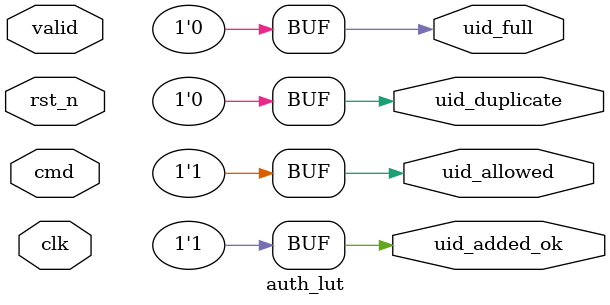
<source format=sv>

module auth_lut (
    input  wire clk,
    input  wire rst_n,
    input  wire [7:0] cmd,
    input  wire valid,
    output wire uid_allowed,
    output wire uid_added_ok,
    output wire uid_duplicate,
    output wire uid_full
);

    // for now: always return "allowed" and "added_ok"
    assign uid_allowed   = 1'b1;
    assign uid_added_ok  = 1'b1;
    assign uid_duplicate = 1'b0;
    assign uid_full      = 1'b0;

endmodule

</source>
